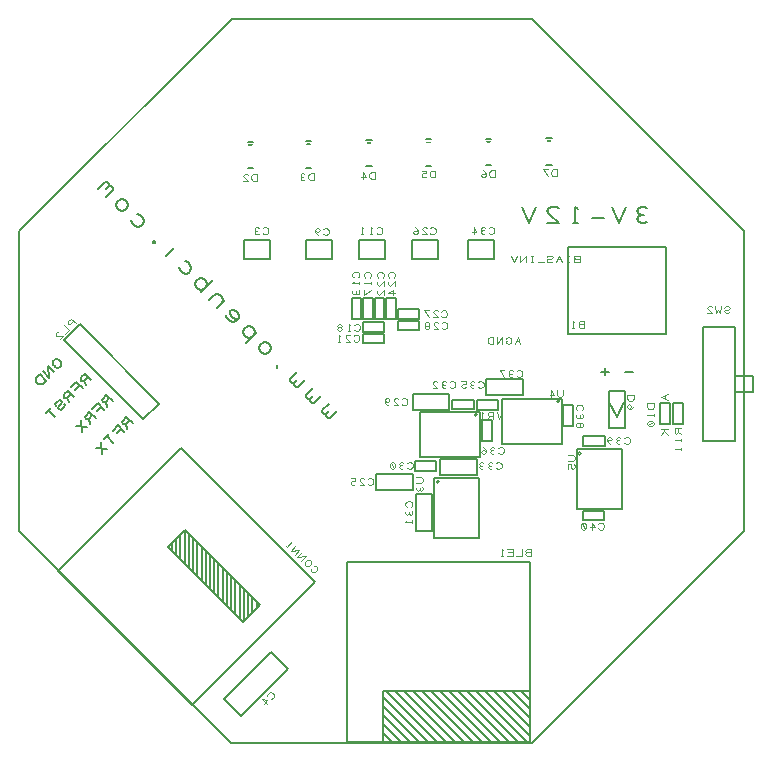
<source format=gbr>
G04 EasyPC Gerber Version 21.0.3 Build 4286 *
G04 #@! TF.Part,Single*
G04 #@! TF.FileFunction,Legend,Bot *
G04 #@! TF.FilePolarity,Positive *
%FSLAX35Y35*%
%MOIN*%
%ADD74C,0.00300*%
%ADD73C,0.00500*%
%ADD78C,0.00600*%
%ADD77C,0.00800*%
X0Y0D02*
D02*
D73*
X12798Y126627D02*
X12268Y126096D01*
X12445Y125920*
X12975Y125743*
X13329*
X13859Y125920*
X14213Y126273*
X14389Y126804*
Y127157*
X14213Y127687*
X13506Y128394*
X12975Y128571*
X12622*
X12091Y128394*
X11738Y128041*
X11561Y127511*
Y127157*
X11738Y126627*
X12091Y124152D02*
X9970Y126273D01*
X10324Y122384*
X8202Y124506*
X9263Y121324D02*
X7141Y123445D01*
X6081Y122384*
X5904Y121854*
Y121500*
X6081Y120970*
X6788Y120263*
X7318Y120086*
X7672*
X8202Y120263*
X9263Y121324*
X20615Y140089D02*
X46954Y113749D01*
X41651Y108446*
X15311Y134785*
X20615Y140089*
X24420Y121580D02*
X22298Y123702D01*
X21061Y122464*
X20884Y121934*
X21061Y121404*
X21591Y121227*
X22122Y121404*
X23359Y122641*
X22122Y121404D02*
X22652Y119813D01*
X21591Y118752D02*
X19470Y120873D01*
X17702Y119106*
X19117Y118398D02*
X20531Y119813D01*
X18763Y115924D02*
X16641Y118045D01*
X15404Y116807*
X15227Y116277*
X15404Y115747*
X15934Y115570*
X16465Y115747*
X17702Y116984*
X16465Y115747D02*
X16995Y114156D01*
X15404Y113625D02*
X15581Y113095D01*
X15404Y112565*
X14697Y111857*
X14167Y111681*
X13636Y111857*
X13459Y112388*
X13636Y112918*
X14343Y113625*
X14520Y114156*
X14343Y114686*
X13813Y114863*
X13283Y114686*
X12576Y113979*
X12399Y113448*
X12576Y112918*
X12222Y109383D02*
X10101Y111504D01*
X10985Y112388D02*
X9217Y110620D01*
X31520Y114480D02*
X29398Y116602D01*
X28161Y115364*
X27984Y114834*
X28161Y114304*
X28691Y114127*
X29222Y114304*
X30459Y115541*
X29222Y114304D02*
X29752Y112713D01*
X28691Y111652D02*
X26570Y113773D01*
X24802Y112006*
X26217Y111298D02*
X27631Y112713D01*
X25863Y108824D02*
X23741Y110945D01*
X22504Y109707*
X22327Y109177*
X22504Y108647*
X23034Y108470*
X23565Y108647*
X24802Y109884*
X23565Y108647D02*
X24095Y107056D01*
X23034Y105995D02*
X19145Y106348D01*
X20913Y108117D02*
X21267Y104227D01*
X38220Y107180D02*
X36098Y109302D01*
X34861Y108064*
X34684Y107534*
X34861Y107004*
X35391Y106827*
X35922Y107004*
X37159Y108241*
X35922Y107004D02*
X36452Y105413D01*
X35391Y104352D02*
X33270Y106473D01*
X31502Y104706*
X32917Y103998D02*
X34331Y105413D01*
X31679Y100640D02*
X29557Y102761D01*
X30441Y103645D02*
X28674Y101877D01*
X29734Y98695D02*
X25845Y99048D01*
X27613Y100817D02*
X27967Y96927D01*
X50893Y67056D02*
X51246Y66702D01*
Y65288*
X52660Y68824D02*
Y63874D01*
X54075Y70238D02*
Y62460D01*
X55489Y71652D02*
Y61046D01*
X56903Y70238D02*
Y59631D01*
X58105Y13174D02*
X13274Y58005D01*
X54287Y99017*
X99117Y54187*
X58105Y13174*
X58317Y68824D02*
Y58217D01*
X59731Y67410D02*
Y56803D01*
X61146Y65995D02*
Y55389D01*
X62560Y64581D02*
Y53975D01*
X63974Y63167D02*
Y52560D01*
X65388Y61753D02*
Y51146D01*
X66802Y60339D02*
Y49732D01*
X68217Y58924D02*
Y48318D01*
X69631Y57510D02*
Y46904D01*
X71045Y56096D02*
Y45489D01*
X72459Y54682D02*
Y44075D01*
X73874Y53267D02*
Y42661D01*
X75005Y40964D02*
X49973Y65995D01*
X55559Y71581*
X80591Y46550*
X75005Y40964*
X79530Y45489D02*
Y47611D01*
X78116Y49025*
Y44075*
X76702Y42661*
Y50439*
X75288Y51853*
Y41247*
X84125Y161859D02*
X75463D01*
Y168159*
X84125*
Y161859*
X89857Y25100D02*
X74300Y9543D01*
X68643Y15200*
X84200Y30757*
X89857Y25100*
X106196Y111096D02*
X103876Y108776D01*
X103213*
X102550Y109439*
Y110102*
X103544Y111096*
X102550Y110102D02*
X101887Y110102D01*
X101224Y110765*
Y111428*
X103544Y113748*
X100893Y116399D02*
X98573Y114079D01*
X97909*
X97247Y114742*
Y115405*
X98241Y116399*
X97247Y115405D02*
X96584D01*
X95921Y116068*
Y116731*
X98241Y119051*
X95589Y121703D02*
X93269Y119383D01*
X92606*
X91943Y120045*
Y120709*
X92937Y121703*
X91943Y120709D02*
X91281Y120708D01*
X90618Y121371*
Y122034*
X92938Y124354*
X86309Y125680D02*
Y126343D01*
X86640Y126674*
X83326Y130652D02*
X82331Y130321D01*
X81337Y130652*
X80674Y131315*
X80343Y132309*
X80674Y133304*
X81337Y133967*
X82331Y134298*
X83326Y133967*
X83989Y133304*
X84320Y132309*
X83989Y131315*
X83326Y130652*
X79680Y137613D02*
X76033Y133967D01*
X78022Y135955D02*
X77028Y135624D01*
X76033Y135955*
X75370Y136618*
X75039Y137613*
X75370Y138607*
X76033Y139270*
X77028Y139601*
X78022Y139270*
X78685Y138607*
X79017Y137613*
X78685Y136618*
X78022Y135955*
X69404Y143247D02*
Y142584D01*
X70067Y141921*
X70730Y141259*
X71724Y140927*
X72719Y141259*
X73713Y142253*
X73713Y142916*
X73382Y143910*
X72719Y144573*
X71724Y144904*
X71062Y144905*
X70730Y144573*
Y143910*
X71062Y142916*
X71724Y142253*
X72719Y141921*
X73382*
X66421Y145567D02*
X69073Y148219D01*
X68079Y147225D02*
X68410Y148219D01*
X68079Y149213*
X67416Y149876*
X66421Y150208*
X65427Y149876*
X63770Y148219*
X62112Y151865D02*
X61118Y151534D01*
X60124Y151865*
X59461Y152528*
X59130Y153522*
X59461Y154517*
X60124Y155180*
X61118Y155511*
X62112Y155180*
X62775Y154517*
X63107Y153522*
X62775Y152528*
X61118Y150871D02*
X65095Y154848D01*
X55483Y161146D02*
X56478Y160815D01*
X57472Y159820*
X57803Y158826*
X57472Y157831*
X56809Y157169*
X55815Y156837*
X54820Y157169*
X53826Y158163*
X53494Y159157*
X49185Y162804D02*
X51837Y165455D01*
X52831Y166450D02*
X44876Y167112*
X44877Y167775D01*
X45539*
X45540Y167112*
X44876*
X39573Y177056D02*
X40568Y176724D01*
X41562Y175730*
X41893Y174736*
X41562Y173741*
X40899Y173078*
X39905Y172747*
X38910Y173078*
X37916Y174073*
X37585Y175067*
X35596Y178382D02*
X34602Y178050D01*
X33607Y178382*
X32944Y179044*
X32613Y180039*
X32944Y181033*
X33607Y181696*
X34602Y182028*
X35596Y181696*
X36259Y181033*
X36590Y180039*
X36259Y179044*
X35596Y178382*
X29298Y182691D02*
X31950Y185342D01*
X31618Y185011D02*
Y185674D01*
X30956Y186337*
X30292*
X29298Y185342*
X30292Y186337D02*
X30293Y187000D01*
X29630Y187662*
X28967*
X26646Y185342*
X104525Y161859D02*
X95863D01*
Y168159*
X104525*
Y161859*
X114450Y149050D02*
X111250D01*
Y141950*
X114450*
Y149050*
X118250D02*
X115050D01*
Y141950*
X118250*
Y149050*
X121950Y133750D02*
Y136950D01*
X114850*
Y133750*
X121950*
Y137550D02*
Y140750D01*
X114850*
Y137550*
X121950*
X122050Y149050D02*
X118850D01*
Y141950*
X122050*
Y149050*
X122325Y161859D02*
X113663D01*
Y168159*
X122325*
Y161859*
X125850Y149050D02*
X122650D01*
Y141950*
X125850*
Y149050*
X132350Y94450D02*
Y91250D01*
X139450*
Y94450*
X132350*
X133750Y138150D02*
Y141350D01*
X126650*
Y138150*
X133750*
Y141950D02*
Y145150D01*
X126650*
Y141950*
X133750*
X136750Y1050D02*
X121750Y16050D01*
Y13050*
X133750Y1050*
X130750*
X121750Y10050*
Y7050*
X127750Y1050*
X124750*
X121750Y4050*
X139750Y1050D02*
X122750Y18050D01*
X139925Y161859D02*
X131263D01*
Y168159*
X139925*
Y161859*
X142750Y1050D02*
X125750Y18050D01*
X144750Y114950D02*
Y111750D01*
X151850*
Y114950*
X144750*
X145750Y1050D02*
X128750Y18050D01*
X148750Y1050D02*
X131750Y18050D01*
X151750Y1050D02*
X134750Y18050D01*
X154750Y1050D02*
X137750Y18050D01*
X154750Y101150D02*
X157950D01*
Y108250*
X154750*
Y101150*
X157750Y1050D02*
X140750Y18050D01*
X158725Y161859D02*
X150063D01*
Y168159*
X158725*
Y161859*
X159950Y111650D02*
Y114850D01*
X152850*
Y111650*
X159950*
X160750Y1050D02*
X143750Y18050D01*
X163750Y1050D02*
X146750Y18050D01*
X166750Y1050D02*
X149750Y18050D01*
X168300Y116500D02*
Y121800D01*
X156000*
Y116500*
X168300*
X169750Y1050D02*
X152750Y18050D01*
X170750Y1050D02*
X121750D01*
Y18050*
X170750*
Y1050*
X109750*
Y61050*
X170750*
Y1050*
Y3050D02*
X155750Y18050D01*
X170750Y6050D02*
X158750Y18050D01*
X170750Y9050D02*
X161750Y18050D01*
X170750Y12050D02*
X164750Y18050D01*
X170750Y15050D02*
X167750Y18050D01*
X171350Y241950D02*
X71150D01*
X350Y171150*
Y71250*
X71050Y550*
X171150*
X241950Y71350*
Y171250*
X237950Y175250*
X171350Y241950*
X183350Y166050D02*
X215850D01*
Y137050*
X183350*
Y166050*
X184950Y113250D02*
X181750D01*
Y106150*
X184950*
Y113250*
X188350Y77951D02*
Y74751D01*
X195450*
Y77951*
X188350*
X188450Y102750D02*
Y99550D01*
X195550*
Y102750*
X188450*
X194350Y124363D02*
X196850D01*
X195600Y125613D02*
Y123113D01*
X196900Y105500D02*
X202200D01*
Y117800*
X196900*
Y105500*
X197050Y114150D02*
X199550Y109150D01*
X202050Y114150*
X202350Y124363D02*
X204850D01*
X209681Y174225D02*
X208744Y173756D01*
X207806*
X206869Y174225*
X206400Y175163*
X206869Y176100*
X207806Y176569*
X208744*
X207806D02*
X206869Y177037D01*
X206400Y177975*
X206869Y178913*
X207806Y179381*
X208744*
X209681Y178913*
X202650Y179381D02*
X200306Y173756D01*
X197963Y179381*
X195150Y175631D02*
X191400D01*
X186713Y173756D02*
X184837D01*
X185775D02*
Y179381D01*
X186713Y178444*
X176400Y173756D02*
X180150D01*
X176869Y177037*
X176400Y177975*
X176869Y178913*
X177806Y179381*
X179213*
X180150Y178913*
X172650Y179381D02*
X170306Y173756D01*
X167963Y179381*
X217150Y113850D02*
X213950D01*
Y106750*
X217150*
Y113850*
X218450Y106750D02*
X221650D01*
Y113850*
X218450*
Y106750*
X238850Y139150D02*
Y101150D01*
X228450*
Y139150*
X238850*
X244850Y122750D02*
Y117550D01*
X238850*
Y122750*
X244850*
D02*
D74*
X19156Y140487D02*
X17565Y142078D01*
X16637Y141150*
X16504Y140752*
X16637Y140354*
X17035Y140222*
X17433Y140354*
X18361Y141282*
X15444Y139956D02*
X17035Y138365D01*
X15709Y137039*
X13853Y135183D02*
X14913Y136244D01*
X13057*
X12660Y136377*
X12527Y136774*
X12660Y137172*
X13057Y137570*
X13455Y137703*
X79550Y188013D02*
Y190263D01*
X78425*
X78050Y190075*
X77863Y189887*
X77675Y189513*
Y188763*
X77863Y188387*
X78050Y188200*
X78425Y188013*
X79550*
X75050D02*
X76550D01*
X75237Y189325*
X75050Y189700*
X75237Y190075*
X75613Y190263*
X76175*
X76550Y190075*
X81475Y170587D02*
X81663Y170400D01*
X82037Y170213*
X82600*
X82975Y170400*
X83163Y170587*
X83350Y170963*
Y171713*
X83163Y172087*
X82975Y172275*
X82600Y172463*
X82037*
X81663Y172275*
X81475Y172087*
X80163Y170400D02*
X79787Y170213D01*
X79413*
X79037Y170400*
X78850Y170775*
X79037Y171150*
X79413Y171337*
X79787*
X79413D02*
X79037Y171525D01*
X78850Y171900*
X79037Y172275*
X79413Y172463*
X79787*
X80163Y172275*
X84161Y15287D02*
X84426D01*
X84824Y15420*
X85222Y15817*
X85354Y16215*
X85355Y16480*
X85222Y16878*
X84691Y17409*
X84294Y17541*
X84028*
X83631Y17409*
X83233Y17011*
X83100Y16613*
Y16348*
X82968Y13564D02*
X81377Y15155D01*
X83100Y14757*
X82040Y13696*
X97487Y58639D02*
Y58374D01*
X97620Y57976*
X98017Y57578*
X98415Y57446*
X98680Y57445*
X99078Y57578*
X99609Y58109*
X99741Y58506*
Y58772*
X99609Y59169*
X99211Y59567*
X98813Y59700*
X98548*
X96957D02*
X97487Y60230D01*
X97620Y60627*
Y60893*
X97487Y61291*
X97222Y61556*
X96824Y61688*
X96559*
X96161Y61556*
X95631Y61026*
X95498Y60627*
Y60362*
X95631Y59965*
X95896Y59700*
X96294Y59567*
X96559Y59567*
X96957Y59700*
X94305Y61291D02*
X95896Y62881D01*
X92979Y62617*
X94570Y64207*
X92184Y63412D02*
X93775Y65003D01*
X90858Y64738*
X92449Y66329*
X89797Y65798D02*
X89267Y66329D01*
X89532Y66063D02*
X91123Y67654D01*
X91123Y67124*
X98650Y188213D02*
Y190463D01*
X97525*
X97150Y190275*
X96963Y190087*
X96775Y189713*
Y188963*
X96963Y188587*
X97150Y188400*
X97525Y188213*
X98650*
X95463Y188400D02*
X95087Y188213D01*
X94713*
X94337Y188400*
X94150Y188775*
X94337Y189150*
X94713Y189337*
X95087*
X94713D02*
X94337Y189525D01*
X94150Y189900*
X94337Y190275*
X94713Y190463*
X95087*
X95463Y190275*
X101675Y170287D02*
X101863Y170100D01*
X102237Y169913*
X102800*
X103175Y170100*
X103363Y170287*
X103550Y170663*
Y171413*
X103363Y171787*
X103175Y171975*
X102800Y172163*
X102237*
X101863Y171975*
X101675Y171787*
X99987Y169913D02*
X99613Y170100D01*
X99237Y170475*
X99050Y171037*
Y171600*
X99237Y171975*
X99613Y172163*
X99987*
X100363Y171975*
X100550Y171600*
X100363Y171225*
X99987Y171037*
X99613*
X99237Y171225*
X99050Y171600*
X111875Y134787D02*
X112063Y134600D01*
X112437Y134413*
X113000*
X113375Y134600*
X113563Y134787*
X113750Y135163*
Y135913*
X113563Y136287*
X113375Y136475*
X113000Y136663*
X112437*
X112063Y136475*
X111875Y136287*
X109250Y134413D02*
X110750D01*
X109437Y135725*
X109250Y136100*
X109437Y136475*
X109813Y136663*
X110375*
X110750Y136475*
X107375Y134413D02*
X106625D01*
X107000D02*
Y136663D01*
X107375Y136287*
X112075Y138387D02*
X112263Y138200D01*
X112637Y138013*
X113200*
X113575Y138200*
X113763Y138387*
X113950Y138763*
Y139513*
X113763Y139887*
X113575Y140075*
X113200Y140263*
X112637*
X112263Y140075*
X112075Y139887*
X110575Y138013D02*
X109825D01*
X110200D02*
Y140263D01*
X110575Y139887*
X107387Y139137D02*
X107013D01*
X106637Y139325*
X106450Y139700*
X106637Y140075*
X107013Y140263*
X107387*
X107763Y140075*
X107950Y139700*
X107763Y139325*
X107387Y139137*
X107763Y138950*
X107950Y138575*
X107763Y138200*
X107387Y138013*
X107013*
X106637Y138200*
X106450Y138575*
X106637Y138950*
X107013Y139137*
X113313Y155775D02*
X113500Y155963D01*
X113687Y156337*
Y156900*
X113500Y157275*
X113313Y157463*
X112937Y157650*
X112187*
X111813Y157463*
X111625Y157275*
X111437Y156900*
Y156337*
X111625Y155963*
X111813Y155775*
X113687Y154275D02*
Y153525D01*
Y153900D02*
X111437D01*
X111813Y154275*
X113500Y151463D02*
X113687Y151087D01*
Y150713*
X113500Y150337*
X113125Y150150*
X112750Y150337*
X112563Y150713*
Y151087*
Y150713D02*
X112375Y150337D01*
X112000Y150150*
X111625Y150337*
X111437Y150713*
Y151087*
X111625Y151463*
X117213Y155675D02*
X117400Y155863D01*
X117587Y156237*
Y156800*
X117400Y157175*
X117213Y157363*
X116837Y157550*
X116087*
X115713Y157363*
X115525Y157175*
X115337Y156800*
Y156237*
X115525Y155863*
X115713Y155675*
X117587Y154175D02*
Y153425D01*
Y153800D02*
X115337D01*
X115713Y154175*
X117587Y151550D02*
X115337Y150050D01*
Y151550*
X116475Y86987D02*
X116663Y86800D01*
X117037Y86613*
X117600*
X117975Y86800*
X118163Y86987*
X118350Y87363*
Y88113*
X118163Y88487*
X117975Y88675*
X117600Y88863*
X117037*
X116663Y88675*
X116475Y88487*
X113850Y86613D02*
X115350D01*
X114037Y87925*
X113850Y88300*
X114037Y88675*
X114413Y88863*
X114975*
X115350Y88675*
X112350Y86800D02*
X111975Y86613D01*
X111413*
X111037Y86800*
X110850Y87175*
Y87363*
X111037Y87737*
X111413Y87925*
X112350*
Y88863*
X110850*
X118950Y188613D02*
Y190863D01*
X117825*
X117450Y190675*
X117263Y190487*
X117075Y190113*
Y189363*
X117263Y188987*
X117450Y188800*
X117825Y188613*
X118950*
X115013D02*
Y190863D01*
X115950Y189363*
X114450*
X119575Y170587D02*
X119763Y170400D01*
X120137Y170213*
X120700*
X121075Y170400*
X121263Y170587*
X121450Y170963*
Y171713*
X121263Y172087*
X121075Y172275*
X120700Y172463*
X120137*
X119763Y172275*
X119575Y172087*
X118075Y170213D02*
X117325D01*
X117700D02*
Y172463D01*
X118075Y172087*
X115075Y170213D02*
X114325D01*
X114700D02*
Y172463D01*
X115075Y172087*
X121513Y155675D02*
X121700Y155863D01*
X121887Y156237*
Y156800*
X121700Y157175*
X121513Y157363*
X121137Y157550*
X120387*
X120013Y157363*
X119825Y157175*
X119637Y156800*
Y156237*
X119825Y155863*
X120013Y155675*
X121887Y153050D02*
Y154550D01*
X120575Y153237*
X120200Y153050*
X119825Y153237*
X119637Y153613*
Y154175*
X119825Y154550*
X121887Y150050D02*
Y151550D01*
X120575Y150237*
X120200Y150050*
X119825Y150237*
X119637Y150613*
Y151175*
X119825Y151550*
X125213Y155675D02*
X125400Y155863D01*
X125587Y156237*
Y156800*
X125400Y157175*
X125213Y157363*
X124837Y157550*
X124087*
X123713Y157363*
X123525Y157175*
X123337Y156800*
Y156237*
X123525Y155863*
X123713Y155675*
X125587Y153050D02*
Y154550D01*
X124275Y153237*
X123900Y153050*
X123525Y153237*
X123337Y153613*
Y154175*
X123525Y154550*
X125587Y150613D02*
X123337D01*
X124837Y151550*
Y150050*
X127875Y113587D02*
X128063Y113400D01*
X128437Y113213*
X129000*
X129375Y113400*
X129563Y113587*
X129750Y113963*
Y114713*
X129563Y115087*
X129375Y115275*
X129000Y115463*
X128437*
X128063Y115275*
X127875Y115087*
X125250Y113213D02*
X126750D01*
X125437Y114525*
X125250Y114900*
X125437Y115275*
X125813Y115463*
X126375*
X126750Y115275*
X123187Y113213D02*
X122813Y113400D01*
X122437Y113775*
X122250Y114337*
Y114900*
X122437Y115275*
X122813Y115463*
X123187*
X123563Y115275*
X123750Y114900*
X123563Y114525*
X123187Y114337*
X122813*
X122437Y114525*
X122250Y114900*
X129675Y92387D02*
X129863Y92200D01*
X130237Y92013*
X130800*
X131175Y92200*
X131363Y92387*
X131550Y92763*
Y93513*
X131363Y93887*
X131175Y94075*
X130800Y94263*
X130237*
X129863Y94075*
X129675Y93887*
X128363Y92200D02*
X127987Y92013D01*
X127613*
X127237Y92200*
X127050Y92575*
X127237Y92950*
X127613Y93137*
X127987*
X127613D02*
X127237Y93325D01*
X127050Y93700*
X127237Y94075*
X127613Y94263*
X127987*
X128363Y94075*
X125363Y92200D02*
X124987Y92013D01*
X124613*
X124237Y92200*
X124050Y92575*
Y93700*
X124237Y94075*
X124613Y94263*
X124987*
X125363Y94075*
X125550Y93700*
Y92575*
X125363Y92200*
X124237Y94075*
X131013Y79275D02*
X131200Y79463D01*
X131387Y79837*
Y80400*
X131200Y80775*
X131013Y80963*
X130637Y81150*
X129887*
X129513Y80963*
X129325Y80775*
X129137Y80400*
Y79837*
X129325Y79463*
X129513Y79275*
X131200Y77963D02*
X131387Y77587D01*
Y77213*
X131200Y76837*
X130825Y76650*
X130450Y76837*
X130263Y77213*
Y77587*
Y77213D02*
X130075Y76837D01*
X129700Y76650*
X129325Y76837*
X129137Y77213*
Y77587*
X129325Y77963*
X131387Y74775D02*
Y74025D01*
Y74400D02*
X129137D01*
X129513Y74775*
X132737Y89150D02*
X134425D01*
X134800Y88963*
X134987Y88587*
Y87837*
X134800Y87463*
X134425Y87275*
X132737*
X134800Y85963D02*
X134987Y85587D01*
Y85213*
X134800Y84837*
X134425Y84650*
X134050Y84837*
X133863Y85213*
Y85587*
Y85213D02*
X133675Y84837D01*
X133300Y84650*
X132925Y84837*
X132737Y85213*
Y85587*
X132925Y85963*
X139050Y189113D02*
Y191363D01*
X137925*
X137550Y191175*
X137363Y190987*
X137175Y190613*
Y189863*
X137363Y189487*
X137550Y189300*
X137925Y189113*
X139050*
X136050Y189300D02*
X135675Y189113D01*
X135113*
X134737Y189300*
X134550Y189675*
Y189863*
X134737Y190237*
X135113Y190425*
X136050*
Y191363*
X134550*
X137275Y170587D02*
X137463Y170400D01*
X137837Y170213*
X138400*
X138775Y170400*
X138963Y170587*
X139150Y170963*
Y171713*
X138963Y172087*
X138775Y172275*
X138400Y172463*
X137837*
X137463Y172275*
X137275Y172087*
X134650Y170213D02*
X136150D01*
X134837Y171525*
X134650Y171900*
X134837Y172275*
X135213Y172463*
X135775*
X136150Y172275*
X133150Y170775D02*
X132963Y171150D01*
X132587Y171337*
X132213*
X131837Y171150*
X131650Y170775*
X131837Y170400*
X132213Y170213*
X132587*
X132963Y170400*
X133150Y170775*
Y171337*
X132963Y171900*
X132587Y172275*
X132213Y172463*
X141075Y142887D02*
X141263Y142700D01*
X141637Y142513*
X142200*
X142575Y142700*
X142763Y142887*
X142950Y143263*
Y144013*
X142763Y144387*
X142575Y144575*
X142200Y144763*
X141637*
X141263Y144575*
X141075Y144387*
X138450Y142513D02*
X139950D01*
X138637Y143825*
X138450Y144200*
X138637Y144575*
X139013Y144763*
X139575*
X139950Y144575*
X136950Y142513D02*
X135450Y144763D01*
X136950*
X141175Y138987D02*
X141363Y138800D01*
X141737Y138613*
X142300*
X142675Y138800*
X142863Y138987*
X143050Y139363*
Y140113*
X142863Y140487*
X142675Y140675*
X142300Y140863*
X141737*
X141363Y140675*
X141175Y140487*
X138550Y138613D02*
X140050D01*
X138737Y139925*
X138550Y140300*
X138737Y140675*
X139113Y140863*
X139675*
X140050Y140675*
X136487Y139737D02*
X136113D01*
X135737Y139925*
X135550Y140300*
X135737Y140675*
X136113Y140863*
X136487*
X136863Y140675*
X137050Y140300*
X136863Y139925*
X136487Y139737*
X136863Y139550*
X137050Y139175*
X136863Y138800*
X136487Y138613*
X136113*
X135737Y138800*
X135550Y139175*
X135737Y139550*
X136113Y139737*
X143875Y119287D02*
X144063Y119100D01*
X144437Y118913*
X145000*
X145375Y119100*
X145563Y119287*
X145750Y119663*
Y120413*
X145563Y120787*
X145375Y120975*
X145000Y121163*
X144437*
X144063Y120975*
X143875Y120787*
X142563Y119100D02*
X142187Y118913D01*
X141813*
X141437Y119100*
X141250Y119475*
X141437Y119850*
X141813Y120037*
X142187*
X141813D02*
X141437Y120225D01*
X141250Y120600*
X141437Y120975*
X141813Y121163*
X142187*
X142563Y120975*
X138250Y118913D02*
X139750D01*
X138437Y120225*
X138250Y120600*
X138437Y120975*
X138813Y121163*
X139375*
X139750Y120975*
X153275Y119287D02*
X153463Y119100D01*
X153837Y118913*
X154400*
X154775Y119100*
X154963Y119287*
X155150Y119663*
Y120413*
X154963Y120787*
X154775Y120975*
X154400Y121163*
X153837*
X153463Y120975*
X153275Y120787*
X151963Y119100D02*
X151587Y118913D01*
X151213*
X150837Y119100*
X150650Y119475*
X150837Y119850*
X151213Y120037*
X151587*
X151213D02*
X150837Y120225D01*
X150650Y120600*
X150837Y120975*
X151213Y121163*
X151587*
X151963Y120975*
X149150Y119100D02*
X148775Y118913D01*
X148213*
X147837Y119100*
X147650Y119475*
Y119663*
X147837Y120037*
X148213Y120225*
X149150*
Y121163*
X147650*
X156875Y170687D02*
X157063Y170500D01*
X157437Y170313*
X158000*
X158375Y170500*
X158563Y170687*
X158750Y171063*
Y171813*
X158563Y172187*
X158375Y172375*
X158000Y172563*
X157437*
X157063Y172375*
X156875Y172187*
X155563Y170500D02*
X155187Y170313D01*
X154813*
X154437Y170500*
X154250Y170875*
X154437Y171250*
X154813Y171437*
X155187*
X154813D02*
X154437Y171625D01*
X154250Y172000*
X154437Y172375*
X154813Y172563*
X155187*
X155563Y172375*
X151813Y170313D02*
Y172563D01*
X152750Y171063*
X151250*
X158950Y189213D02*
Y191463D01*
X157825*
X157450Y191275*
X157263Y191087*
X157075Y190713*
Y189963*
X157263Y189587*
X157450Y189400*
X157825Y189213*
X158950*
X155950Y189775D02*
X155763Y190150D01*
X155387Y190337*
X155013*
X154637Y190150*
X154450Y189775*
X154637Y189400*
X155013Y189213*
X155387*
X155763Y189400*
X155950Y189775*
Y190337*
X155763Y190900*
X155387Y191275*
X155013Y191463*
X159275Y92287D02*
X159463Y92100D01*
X159837Y91913*
X160400*
X160775Y92100*
X160963Y92287*
X161150Y92663*
Y93413*
X160963Y93787*
X160775Y93975*
X160400Y94163*
X159837*
X159463Y93975*
X159275Y93787*
X157963Y92100D02*
X157587Y91913D01*
X157213*
X156837Y92100*
X156650Y92475*
X156837Y92850*
X157213Y93037*
X157587*
X157213D02*
X156837Y93225D01*
X156650Y93600*
X156837Y93975*
X157213Y94163*
X157587*
X157963Y93975*
X154963Y92100D02*
X154587Y91913D01*
X154213*
X153837Y92100*
X153650Y92475*
X153837Y92850*
X154213Y93037*
X154587*
X154213D02*
X153837Y93225D01*
X153650Y93600*
X153837Y93975*
X154213Y94163*
X154587*
X154963Y93975*
X161350Y110863D02*
X160413Y108613D01*
X159475Y110863*
X158350Y108613D02*
Y110863D01*
X157037*
X156663Y110675*
X156475Y110300*
X156663Y109925*
X157037Y109737*
X158350*
X157037D02*
X156475Y108613D01*
X154975D02*
X154225D01*
X154600D02*
Y110863D01*
X154975Y110487*
X160075Y97387D02*
X160263Y97200D01*
X160637Y97013*
X161200*
X161575Y97200*
X161763Y97387*
X161950Y97763*
Y98513*
X161763Y98887*
X161575Y99075*
X161200Y99263*
X160637*
X160263Y99075*
X160075Y98887*
X158763Y97200D02*
X158387Y97013D01*
X158013*
X157637Y97200*
X157450Y97575*
X157637Y97950*
X158013Y98137*
X158387*
X158013D02*
X157637Y98325D01*
X157450Y98700*
X157637Y99075*
X158013Y99263*
X158387*
X158763Y99075*
X155950Y97575D02*
X155763Y97950D01*
X155387Y98137*
X155013*
X154637Y97950*
X154450Y97575*
X154637Y97200*
X155013Y97013*
X155387*
X155763Y97200*
X155950Y97575*
Y98137*
X155763Y98700*
X155387Y99075*
X155013Y99263*
X167450Y133613D02*
X166513Y135863D01*
X165575Y133613*
X167075Y134550D02*
X165950D01*
X163137D02*
X162575D01*
Y134363*
X162763Y133987*
X162950Y133800*
X163325Y133613*
X163700*
X164075Y133800*
X164263Y133987*
X164450Y134363*
Y135113*
X164263Y135487*
X164075Y135675*
X163700Y135863*
X163325*
X162950Y135675*
X162763Y135487*
X162575Y135113*
X161450Y133613D02*
Y135863D01*
X159575Y133613*
Y135863*
X158450Y133613D02*
Y135863D01*
X157325*
X156950Y135675*
X156763Y135487*
X156575Y135113*
Y134363*
X156763Y133987*
X156950Y133800*
X157325Y133613*
X158450*
X166175Y122987D02*
X166363Y122800D01*
X166737Y122613*
X167300*
X167675Y122800*
X167863Y122987*
X168050Y123363*
Y124113*
X167863Y124487*
X167675Y124675*
X167300Y124863*
X166737*
X166363Y124675*
X166175Y124487*
X164863Y122800D02*
X164487Y122613D01*
X164113*
X163737Y122800*
X163550Y123175*
X163737Y123550*
X164113Y123737*
X164487*
X164113D02*
X163737Y123925D01*
X163550Y124300*
X163737Y124675*
X164113Y124863*
X164487*
X164863Y124675*
X162050Y122613D02*
X160550Y124863D01*
X162050*
X169637Y64137D02*
X169263Y63950D01*
X169075Y63575*
X169263Y63200*
X169637Y63013*
X170950*
Y65263*
X169637*
X169263Y65075*
X169075Y64700*
X169263Y64325*
X169637Y64137*
X170950*
X167950Y65263D02*
Y63013D01*
X166075*
X164950D02*
Y65263D01*
X163075*
X163450Y64137D02*
X164950D01*
Y63013D02*
X163075D01*
X161575D02*
X160825D01*
X161200D02*
Y65263D01*
X161575Y64887*
X179550Y189513D02*
Y191763D01*
X178425*
X178050Y191575*
X177863Y191387*
X177675Y191013*
Y190263*
X177863Y189887*
X178050Y189700*
X178425Y189513*
X179550*
X176550D02*
X175050Y191763D01*
X176550*
X181650Y118163D02*
Y116475D01*
X181463Y116100*
X181087Y115913*
X180337*
X179963Y116100*
X179775Y116475*
Y118163*
X177713Y115913D02*
Y118163D01*
X178650Y116663*
X177150*
X183337Y96450D02*
X185025D01*
X185400Y96263*
X185587Y95887*
Y95137*
X185400Y94763*
X185025Y94575*
X183337*
X185400Y93450D02*
X185587Y93075D01*
Y92513*
X185400Y92137*
X185025Y91950*
X184837*
X184463Y92137*
X184275Y92513*
Y93450*
X183337*
Y91950*
X185837Y161937D02*
X185463Y161750D01*
X185275Y161375*
X185463Y161000*
X185837Y160813*
X187150*
Y163063*
X185837*
X185463Y162875*
X185275Y162500*
X185463Y162125*
X185837Y161937*
X187150*
X183587Y160813D02*
X182837D01*
X183213D02*
Y163063D01*
X183587D02*
X182837D01*
X181150Y160813D02*
X180213Y163063D01*
X179275Y160813*
X180775Y161750D02*
X179650D01*
X178150Y161375D02*
X177963Y161000D01*
X177587Y160813*
X176837*
X176463Y161000*
X176275Y161375*
X176463Y161750*
X176837Y161937*
X177587*
X177963Y162125*
X178150Y162500*
X177963Y162875*
X177587Y163063*
X176837*
X176463Y162875*
X176275Y162500*
X175150Y160813D02*
X173275D01*
X171587D02*
X170837D01*
X171213D02*
Y163063D01*
X171587D02*
X170837D01*
X169150Y160813D02*
Y163063D01*
X167275Y160813*
Y163063*
X166150D02*
X165213Y160813D01*
X164275Y163063*
X187437Y140137D02*
X187063Y139950D01*
X186875Y139575*
X187063Y139200*
X187437Y139013*
X188750*
Y141263*
X187437*
X187063Y141075*
X186875Y140700*
X187063Y140325*
X187437Y140137*
X188750*
X185375Y139013D02*
X184625D01*
X185000D02*
Y141263D01*
X185375Y140887*
X187913Y111475D02*
X188100Y111663D01*
X188287Y112037*
Y112600*
X188100Y112975*
X187913Y113163*
X187537Y113350*
X186787*
X186413Y113163*
X186225Y112975*
X186037Y112600*
Y112037*
X186225Y111663*
X186413Y111475*
X188100Y110163D02*
X188287Y109787D01*
Y109413*
X188100Y109037*
X187725Y108850*
X187350Y109037*
X187163Y109413*
Y109787*
Y109413D02*
X186975Y109037D01*
X186600Y108850*
X186225Y109037*
X186037Y109413*
Y109787*
X186225Y110163*
X187163Y106787D02*
Y106413D01*
X186975Y106037*
X186600Y105850*
X186225Y106037*
X186037Y106413*
Y106787*
X186225Y107163*
X186600Y107350*
X186975Y107163*
X187163Y106787*
X187350Y107163*
X187725Y107350*
X188100Y107163*
X188287Y106787*
Y106413*
X188100Y106037*
X187725Y105850*
X187350Y106037*
X187163Y106413*
X193375Y72087D02*
X193563Y71900D01*
X193937Y71713*
X194500*
X194875Y71900*
X195063Y72087*
X195250Y72463*
Y73213*
X195063Y73587*
X194875Y73775*
X194500Y73963*
X193937*
X193563Y73775*
X193375Y73587*
X191313Y71713D02*
Y73963D01*
X192250Y72463*
X190750*
X189063Y71900D02*
X188687Y71713D01*
X188313*
X187937Y71900*
X187750Y72275*
Y73400*
X187937Y73775*
X188313Y73963*
X188687*
X189063Y73775*
X189250Y73400*
Y72275*
X189063Y71900*
X187937Y73775*
X202075Y100687D02*
X202263Y100500D01*
X202637Y100313*
X203200*
X203575Y100500*
X203763Y100687*
X203950Y101063*
Y101813*
X203763Y102187*
X203575Y102375*
X203200Y102563*
X202637*
X202263Y102375*
X202075Y102187*
X200763Y100500D02*
X200387Y100313D01*
X200013*
X199637Y100500*
X199450Y100875*
X199637Y101250*
X200013Y101437*
X200387*
X200013D02*
X199637Y101625D01*
X199450Y102000*
X199637Y102375*
X200013Y102563*
X200387*
X200763Y102375*
X197387Y100313D02*
X197013Y100500D01*
X196637Y100875*
X196450Y101437*
Y102000*
X196637Y102375*
X197013Y102563*
X197387*
X197763Y102375*
X197950Y102000*
X197763Y101625*
X197387Y101437*
X197013*
X196637Y101625*
X196450Y102000*
X205287Y116550D02*
X203037D01*
Y115425*
X203225Y115050*
X203413Y114863*
X203787Y114675*
X204537*
X204913Y114863*
X205100Y115050*
X205287Y115425*
Y116550*
Y112987D02*
X205100Y112613D01*
X204725Y112237*
X204163Y112050*
X203600*
X203225Y112237*
X203037Y112613*
Y112987*
X203225Y113363*
X203600Y113550*
X203975Y113363*
X204163Y112987*
Y112613*
X203975Y112237*
X203600Y112050*
X211987Y113750D02*
X209737D01*
Y112625*
X209925Y112250*
X210113Y112063*
X210487Y111875*
X211237*
X211613Y112063*
X211800Y112250*
X211987Y112625*
Y113750*
Y110375D02*
Y109625D01*
Y110000D02*
X209737D01*
X210113Y110375*
X211800Y107563D02*
X211987Y107187D01*
Y106813*
X211800Y106437*
X211425Y106250*
X210300*
X209925Y106437*
X209737Y106813*
Y107187*
X209925Y107563*
X210300Y107750*
X211425*
X211800Y107563*
X209925Y106437*
X216487Y105150D02*
X214237D01*
X215363D02*
Y104587D01*
X214237Y103275*
X215363Y104587D02*
X216487Y103275D01*
Y116850D02*
X214237Y115913D01*
X216487Y114975*
X215550Y116475D02*
Y115350D01*
X221087Y105450D02*
X218837D01*
Y104137*
X219025Y103763*
X219400Y103575*
X219775Y103763*
X219963Y104137*
Y105450*
Y104137D02*
X221087Y103575D01*
Y102075D02*
Y101325D01*
Y101700D02*
X218837D01*
X219213Y102075*
X221087Y99075D02*
Y98325D01*
Y98700D02*
X218837D01*
X219213Y99075*
X237250Y144475D02*
X237063Y144100D01*
X236687Y143913*
X235937*
X235563Y144100*
X235375Y144475*
X235563Y144850*
X235937Y145037*
X236687*
X237063Y145225*
X237250Y145600*
X237063Y145975*
X236687Y146163*
X235937*
X235563Y145975*
X235375Y145600*
X234250Y146163D02*
X234063Y143913D01*
X233313Y145037*
X232563Y143913*
X232375Y146163*
X229750Y143913D02*
X231250D01*
X229937Y145225*
X229750Y145600*
X229937Y145975*
X230313Y146163*
X230875*
X231250Y145975*
D02*
D77*
X119300Y90200D02*
Y84900D01*
X131600*
Y90200*
X119300*
X132600Y71200D02*
X137900D01*
Y83500*
X132600*
Y71200*
X133950Y110750D02*
Y95750D01*
X153950*
Y110750*
X133950*
X138750Y68950D02*
X153750D01*
Y88950*
X138750*
Y68950*
X139858Y87215D02*
G75*
G02Y88109J447D01*
G01*
G75*
G02Y87215J-447*
G01*
X143800Y111700D02*
Y117000D01*
X131500*
Y111700*
X143800*
X152143Y109991D02*
G75*
G02X153036I447D01*
G01*
G75*
G02X152143I-447*
G01*
X152900Y90000D02*
Y95300D01*
X140600*
Y90000*
X152900*
X161450Y115250D02*
Y100250D01*
X181450*
Y115250*
X161450*
X179643Y114491D02*
G75*
G02X180536I447D01*
G01*
G75*
G02X179643I-447*
G01*
X186350Y78450D02*
X201350D01*
Y98450*
X186350*
Y78450*
X187109Y96643D02*
G75*
G02Y97536J447D01*
G01*
G75*
G02Y96643J-447*
G01*
D02*
D78*
X76481Y201038D02*
X78370D01*
X77940Y199954D02*
G75*
G02X76911I-515J1085D01*
G01*
X78370Y192180D02*
X76481D01*
X95881Y201238D02*
X97770D01*
X97340Y200154D02*
G75*
G02X96311I-515J1085D01*
G01*
X97770Y192380D02*
X95881D01*
X116081Y201638D02*
X117970D01*
X117540Y200554D02*
G75*
G02X116511I-515J1085D01*
G01*
X117970Y192780D02*
X116081D01*
X135881Y201838D02*
X137770D01*
X137340Y200754D02*
G75*
G02X136311I-515J1085D01*
G01*
X137770Y192980D02*
X135881D01*
X155881Y202038D02*
X157770D01*
X157340Y200954D02*
G75*
G02X156311I-515J1085D01*
G01*
X157770Y193180D02*
X155881D01*
X176081Y202238D02*
X177970D01*
X177540Y201154D02*
G75*
G02X176511I-515J1085D01*
G01*
X177970Y193380D02*
X176081D01*
X0Y0D02*
M02*

</source>
